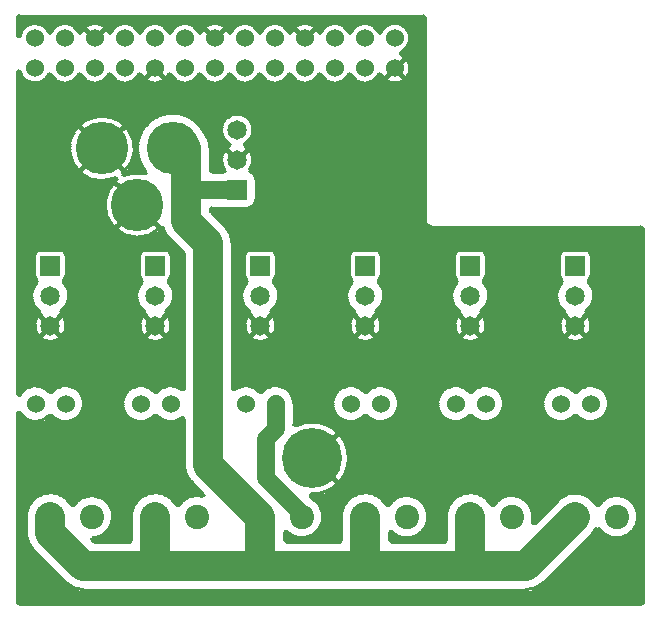
<source format=gbl>
*
*
G04 PADS 9.4.1 Build Number: 494907 generated Gerber (RS-274-X) file*
G04 PC Version=2.1*
*
%IN "PiLightControl.pcb"*%
*
%MOIN*%
*
%FSLAX35Y35*%
*
*
*
*
G04 PC Standard Apertures*
*
*
G04 Thermal Relief Aperture macro.*
%AMTER*
1,1,$1,0,0*
1,0,$1-$2,0,0*
21,0,$3,$4,0,0,45*
21,0,$3,$4,0,0,135*
%
*
*
G04 Annular Aperture macro.*
%AMANN*
1,1,$1,0,0*
1,0,$2,0,0*
%
*
*
G04 Odd Aperture macro.*
%AMODD*
1,1,$1,0,0*
1,0,$1-0.005,0,0*
%
*
*
G04 PC Custom Aperture Macros*
*
*
*
*
*
*
G04 PC Aperture Table*
*
%ADD010C,0.001*%
%ADD011R,0.065X0.065*%
%ADD012C,0.065*%
%ADD013C,0.06*%
%ADD014C,0.175*%
%ADD015C,0.081*%
%ADD017C,0.2*%
%ADD022C,0.01*%
%ADD024C,0.015*%
%ADD026C,0.1*%
*
*
*
*
G04 PC Circuitry*
G04 Layer Name PiLightControl.pcb - circuitry*
%LPD*%
*
*
G04 PC Custom Flashes*
G04 Layer Name PiLightControl.pcb - flashes*
%LPD*%
*
*
G04 PC Circuitry*
G04 Layer Name PiLightControl.pcb - circuitry*
%LPD*%
*
G54D10*
G54D11*
G01X148000Y235000D03*
X183000D03*
X218000D03*
X253000D03*
X288000D03*
X113000D03*
X175300Y260300D03*
G54D12*
X148000Y225000D03*
Y215000D03*
X183000Y225000D03*
Y215000D03*
X218000Y225000D03*
Y215000D03*
X253000Y225000D03*
Y215000D03*
X288000Y225000D03*
Y215000D03*
X113000Y225000D03*
Y215000D03*
X175300Y270300D03*
Y280300D03*
G54D13*
X153100Y189000D03*
X143100D03*
X188100D03*
X178100D03*
X223100D03*
X213100D03*
X258100D03*
X248100D03*
X293100D03*
X283100D03*
X107874Y300787D03*
Y310787D03*
X117874Y300787D03*
Y310787D03*
X127874Y300787D03*
Y310787D03*
X137874Y300787D03*
Y310787D03*
X147874Y300787D03*
Y310787D03*
X157874Y300787D03*
Y310787D03*
X167874Y300787D03*
Y310787D03*
X177874Y300787D03*
Y310787D03*
X187874Y300787D03*
Y310787D03*
X197874Y300787D03*
Y310787D03*
X207874Y300787D03*
Y310787D03*
X217874Y300787D03*
Y310787D03*
X227874Y300787D03*
Y310787D03*
X118100Y189000D03*
X108100D03*
X197347Y151847D02*
X184894Y164300D01*
Y177197*
X188100Y180403*
Y189000*
X196800Y151300D02*
X197347Y151847D01*
X158300Y260100D02*
X158500Y260300D01*
X175300*
G54D14*
X153800Y274100D03*
X130200D03*
X142000Y255200D03*
G54D15*
X148000Y151300D03*
X161800D03*
X183000D03*
X196800D03*
X218000D03*
X231800D03*
X253000D03*
X266800D03*
X288000D03*
X301800D03*
X113000D03*
X126800D03*
G54D17*
X200394Y170866D03*
G54D22*
X310500Y122800D02*
Y247500D01*
G75*
G03X310000Y248000I-500J-0D01*
G01X240000*
X238000Y250000D02*
G03X240000Y248000I2000J0D01*
G01X238000Y250000D02*
Y317800D01*
G03X237500Y318300I-500J-0*
G01X102500*
G03X102000Y317800I0J-500*
G01Y311958*
G03X102989Y311851I500J-0*
G01X112419Y312870D02*
G03X102989Y311851I-4545J-2083D01*
G01X112419Y312870D02*
G03X113329I455J208D01*
G01X122419D02*
G03X113329I-4545J-2083D01*
G01X122419D02*
G03X123329I455J208D01*
G01X132419D02*
G03X123329I-4545J-2083D01*
G01X132419D02*
G03X133329I455J208D01*
G01X142419D02*
G03X133329I-4545J-2083D01*
G01X142419D02*
G03X143329I455J208D01*
G01X152419D02*
G03X143329I-4545J-2083D01*
G01X152419D02*
G03X153329I455J208D01*
G01X162419D02*
G03X153329I-4545J-2083D01*
G01X162419D02*
G03X163329I455J208D01*
G01X172419D02*
G03X163329I-4545J-2083D01*
G01X172419D02*
G03X173329I455J208D01*
G01X182419D02*
G03X173329I-4545J-2083D01*
G01X182419D02*
G03X183329I455J208D01*
G01X192419D02*
G03X183329I-4545J-2083D01*
G01X192419D02*
G03X193329I455J208D01*
G01X202419D02*
G03X193329I-4545J-2083D01*
G01X202419D02*
G03X203329I455J208D01*
G01X212419D02*
G03X203329I-4545J-2083D01*
G01X212419D02*
G03X213329I455J208D01*
G01X222419D02*
G03X213329I-4545J-2083D01*
G01X222419D02*
G03X223329I455J208D01*
G01X229957Y306242D02*
G03X223329Y312870I-2083J4545D01*
G01X229957Y306242D02*
G03Y305332I208J-455D01*
G01X223329Y298704D02*
G03X229957Y305332I4545J2083D01*
G01X223329Y298704D02*
G03X222419I-455J-208D01*
G01X213329D02*
G03X222419I4545J2083D01*
G01X213329D02*
G03X212419I-455J-208D01*
G01X203329D02*
G03X212419I4545J2083D01*
G01X203329D02*
G03X202419I-455J-208D01*
G01X193329D02*
G03X202419I4545J2083D01*
G01X193329D02*
G03X192419I-455J-208D01*
G01X183329D02*
G03X192419I4545J2083D01*
G01X183329D02*
G03X182419I-455J-208D01*
G01X173329D02*
G03X182419I4545J2083D01*
G01X173329D02*
G03X172419I-455J-208D01*
G01X163329D02*
G03X172419I4545J2083D01*
G01X163329D02*
G03X162419I-455J-208D01*
G01X153329D02*
G03X162419I4545J2083D01*
G01X153329D02*
G03X152419I-455J-208D01*
G01X143329D02*
G03X152419I4545J2083D01*
G01X143329D02*
G03X142419I-455J-208D01*
G01X133329D02*
G03X142419I4545J2083D01*
G01X133329D02*
G03X132419I-455J-208D01*
G01X123329D02*
G03X132419I4545J2083D01*
G01X123329D02*
G03X122419I-455J-208D01*
G01X113329D02*
G03X122419I4545J2083D01*
G01X113329D02*
G03X112419I-455J-208D01*
G01X102989Y299723D02*
G03X112419Y298704I4885J1064D01*
G01X102989Y299723D02*
G03X102000Y299616I-489J-107D01*
G01Y192300*
G03X102931Y192046I500J0*
G01X112715Y192834D02*
G03X102931Y192046I-4615J-3834D01*
G01X112715Y192834D02*
G03X113485I385J319D01*
G01Y185166D02*
G03Y192834I4615J3834D01*
G01Y185166D02*
G03X112715I-385J-319D01*
G01X102931Y185954D02*
G03X112715Y185166I5169J3046D01*
G01X102931Y185954D02*
G03X102000Y185700I-431J-254D01*
G01Y122800*
G03X102500Y122300I500J0*
G01X310000*
G03X310500Y122800I-0J500*
G01X295873Y147483D02*
G03Y155117I5927J3817D01*
G01Y147483D02*
G03X295014Y147453I-421J-271D01*
G01X293657Y145643D02*
G03X295014Y147453I-5657J5657D01*
G01X293657Y145643D02*
X277357Y129343D01*
X271700Y127000D02*
G03X277357Y129343I0J8000D01*
G01X271700Y127000D02*
X253000D01*
X218000*
X183000*
X148000*
X124000*
X118343Y129343D02*
G03X124000Y127000I5657J5657D01*
G01X118343Y129343D02*
X107343Y140343D01*
X105000Y146000D02*
G03X107343Y140343I8000J0D01*
G01X105000Y146000D02*
Y151300D01*
X120014Y155147D02*
G03X105000Y151300I-7014J-3847D01*
G01X120014Y155147D02*
G03X120873Y155117I438J241D01*
G01X127227Y144263D02*
G03X120873Y155117I-427J7037D01*
G01X127227Y144263D02*
G03X126903Y143410I30J-499D01*
G01X127167Y143146*
G03X127521Y143000I354J354*
G01X139500*
G03X140000Y143500I-0J500*
G01Y151300*
X155014Y155147D02*
G03X140000Y151300I-7014J-3847D01*
G01X155014Y155147D02*
G03X155873Y155117I438J241D01*
G01X163539Y158132D02*
G03X155873Y155117I-1739J-6832D01*
G01X163539Y158132D02*
G03X164016Y158970I123J485D01*
G01X159943Y163043*
X157600Y168700D02*
G03X159943Y163043I8000J0D01*
G01X157600Y168700D02*
Y183876D01*
G03X156792Y184271I-500J0*
G01X148485Y185166D02*
G03X156792Y184271I4615J3834D01*
G01X148485Y185166D02*
G03X147715I-385J-319D01*
G01Y192834D02*
G03Y185166I-4615J-3834D01*
G01Y192834D02*
G03X148485I385J319D01*
G01X156792Y193729D02*
G03X148485Y192834I-3692J-4729D01*
G01X156792Y193729D02*
G03X157600Y194124I308J395D01*
G01Y238979*
G03X157454Y239333I-500J0*
G01X152643Y244143*
X150617Y247570D02*
G03X152643Y244143I7683J2230D01*
G01X150617Y247570D02*
G03X149775Y247776I-480J-139D01*
G01X135093Y263438D02*
G03X149775Y247776I6907J-8238D01*
G01X135093Y263438D02*
G03X134569Y264278I-321J383D01*
G01X137107Y265862D02*
G03X134569Y264278I-6907J8238D01*
G01X137107Y265862D02*
G03X137631Y265022I321J-383D01*
G01X144347Y265691D02*
G03X137631Y265022I-2347J-10491D01*
G01X144347Y265691D02*
G03X144837Y266502I109J488D01*
G01X164251Y279470D02*
G03X144837Y266502I-10451J-5370D01*
G01X164251Y279470D02*
G03X164320Y279369I445J229D01*
G01X166300Y274100D02*
G03X164320Y279369I-8000J0D01*
G01X166300Y274100D02*
Y266800D01*
G03X166800Y266300I500J0*
G01X170738*
G03X171135Y267104I-0J500*
G01X172707Y274865D02*
G03X171135Y267104I2593J-4565D01*
G01X172707Y274865D02*
G03Y275735I-246J435D01*
G01X177893D02*
G03X172707I-2593J4565D01*
G01X177893D02*
G03Y274865I246J-435D01*
G01X179463Y267101D02*
G03X177893Y274865I-4163J3199D01*
G01X179463Y267101D02*
G03X179672Y266332I396J-305D01*
G01X181550Y263550D02*
G03X179672Y266332I-3000J0D01*
G01X181550Y263550D02*
Y257050D01*
X178550Y254050D02*
G03X181550Y257050I0J3000D01*
G01X178550Y254050D02*
X172050D01*
X170937Y254264D02*
G03X172050Y254050I1113J2786D01*
G01X170937Y254264D02*
G03X170751Y254300I-186J-464D01*
G01X166800*
G03X166300Y253800I0J-500*
G01Y253321*
G03X166446Y252967I500J-0*
G01X171257Y248157*
X173600Y242500D02*
G03X171257Y248157I-8000J0D01*
G01X173600Y242500D02*
Y194124D01*
G03X174408Y193729I500J-0*
G01X182715Y192834D02*
G03X174408Y193729I-4615J-3834D01*
G01X182715Y192834D02*
G03X183485I385J319D01*
G01X194100Y189000D02*
G03X183485Y192834I-6000J0D01*
G01X194100Y189000D02*
Y181942D01*
G03X194832Y181499I500J0*
G01X200030Y158872D02*
G03X194832Y181499I364J11994D01*
G01X200030Y158871D02*
G03X199661Y158018I-15J-499D01*
G01X200159Y157521*
G03X200267Y157439I353J353*
G01X191851Y146279D02*
G03X200267Y157439I4949J5021D01*
G01X191851Y146279D02*
G03X191000Y145923I-351J-356D01*
G01Y143500*
G03X191500Y143000I500J0*
G01X209500*
G03X210000Y143500I-0J500*
G01Y151300*
X225014Y155147D02*
G03X210000Y151300I-7014J-3847D01*
G01X225014Y155147D02*
G03X225873Y155117I438J241D01*
G01X226851Y146279D02*
G03X225873Y155117I4949J5021D01*
G01X226851Y146279D02*
G03X226000Y145923I-351J-356D01*
G01Y143500*
G03X226500Y143000I500J0*
G01X244500*
G03X245000Y143500I-0J500*
G01Y151300*
X260014Y155147D02*
G03X245000Y151300I-7014J-3847D01*
G01X260014Y155147D02*
G03X260873Y155117I438J241D01*
G01X273632Y149561D02*
G03X260873Y155117I-6832J1739D01*
G01X273632Y149561D02*
G03X274470Y149084I485J-123D01*
G01X282343Y156957*
X295014Y155147D02*
G03X282343Y156957I-7014J-3847D01*
G01X295014Y155147D02*
G03X295873Y155117I438J241D01*
G01X288485Y185166D02*
G03Y192834I4615J3834D01*
G01Y185166D02*
G03X287715I-385J-319D01*
G01Y192834D02*
G03Y185166I-4615J-3834D01*
G01Y192834D02*
G03X288485I385J319D01*
G01X291455Y219792D02*
G03X292422Y229417I-3455J5208D01*
G01X291455Y219792D02*
G03X291407Y218995I276J-417D01*
G01X284593D02*
G03X291407I3407J-3995D01*
G01X284593D02*
G03X284545Y219792I-324J380D01*
G01X283578Y229417D02*
G03X284545Y219792I4422J-4417D01*
G01X283578Y229417D02*
G03X283529Y230166I-354J353D01*
G01X282750Y231750D02*
G03X283529Y230166I2000J0D01*
G01X282750Y231750D02*
Y238250D01*
X284750Y240250D02*
G03X282750Y238250I0J-2000D01*
G01X284750Y240250D02*
X291250D01*
X293250Y238250D02*
G03X291250Y240250I-2000J0D01*
G01X293250Y238250D02*
Y231750D01*
X292471Y230166D02*
G03X293250Y231750I-1221J1584D01*
G01X292471Y230166D02*
G03X292422Y229417I305J-396D01*
G01X253485Y185166D02*
G03Y192834I4615J3834D01*
G01Y185166D02*
G03X252715I-385J-319D01*
G01Y192834D02*
G03Y185166I-4615J-3834D01*
G01Y192834D02*
G03X253485I385J319D01*
G01X256455Y219792D02*
G03X257422Y229417I-3455J5208D01*
G01X256455Y219792D02*
G03X256407Y218995I276J-417D01*
G01X249593D02*
G03X256407I3407J-3995D01*
G01X249593D02*
G03X249545Y219792I-324J380D01*
G01X248578Y229417D02*
G03X249545Y219792I4422J-4417D01*
G01X248578Y229417D02*
G03X248529Y230166I-354J353D01*
G01X247750Y231750D02*
G03X248529Y230166I2000J0D01*
G01X247750Y231750D02*
Y238250D01*
X249750Y240250D02*
G03X247750Y238250I0J-2000D01*
G01X249750Y240250D02*
X256250D01*
X258250Y238250D02*
G03X256250Y240250I-2000J0D01*
G01X258250Y238250D02*
Y231750D01*
X257471Y230166D02*
G03X258250Y231750I-1221J1584D01*
G01X257471Y230166D02*
G03X257422Y229417I305J-396D01*
G01X218485Y185166D02*
G03Y192834I4615J3834D01*
G01Y185166D02*
G03X217715I-385J-319D01*
G01Y192834D02*
G03Y185166I-4615J-3834D01*
G01Y192834D02*
G03X218485I385J319D01*
G01X221455Y219792D02*
G03X222422Y229417I-3455J5208D01*
G01X221455Y219792D02*
G03X221407Y218995I276J-417D01*
G01X214593D02*
G03X221407I3407J-3995D01*
G01X214593D02*
G03X214545Y219792I-324J380D01*
G01X213578Y229417D02*
G03X214545Y219792I4422J-4417D01*
G01X213578Y229417D02*
G03X213529Y230166I-354J353D01*
G01X212750Y231750D02*
G03X213529Y230166I2000J0D01*
G01X212750Y231750D02*
Y238250D01*
X214750Y240250D02*
G03X212750Y238250I0J-2000D01*
G01X214750Y240250D02*
X221250D01*
X223250Y238250D02*
G03X221250Y240250I-2000J0D01*
G01X223250Y238250D02*
Y231750D01*
X222471Y230166D02*
G03X223250Y231750I-1221J1584D01*
G01X222471Y230166D02*
G03X222422Y229417I305J-396D01*
G01X186455Y219792D02*
G03X187422Y229417I-3455J5208D01*
G01X186455Y219792D02*
G03X186407Y218995I276J-417D01*
G01X179593D02*
G03X186407I3407J-3995D01*
G01X179593D02*
G03X179545Y219792I-324J380D01*
G01X178578Y229417D02*
G03X179545Y219792I4422J-4417D01*
G01X178578Y229417D02*
G03X178529Y230166I-354J353D01*
G01X177750Y231750D02*
G03X178529Y230166I2000J0D01*
G01X177750Y231750D02*
Y238250D01*
X179750Y240250D02*
G03X177750Y238250I0J-2000D01*
G01X179750Y240250D02*
X186250D01*
X188250Y238250D02*
G03X186250Y240250I-2000J0D01*
G01X188250Y238250D02*
Y231750D01*
X187471Y230166D02*
G03X188250Y231750I-1221J1584D01*
G01X187471Y230166D02*
G03X187422Y229417I305J-396D01*
G01X116455Y219792D02*
G03X117422Y229417I-3455J5208D01*
G01X116455Y219792D02*
G03X116407Y218995I276J-417D01*
G01X109593D02*
G03X116407I3407J-3995D01*
G01X109593D02*
G03X109545Y219792I-324J380D01*
G01X108578Y229417D02*
G03X109545Y219792I4422J-4417D01*
G01X108578Y229417D02*
G03X108529Y230166I-354J353D01*
G01X107750Y231750D02*
G03X108529Y230166I2000J0D01*
G01X107750Y231750D02*
Y238250D01*
X109750Y240250D02*
G03X107750Y238250I0J-2000D01*
G01X109750Y240250D02*
X116250D01*
X118250Y238250D02*
G03X116250Y240250I-2000J0D01*
G01X118250Y238250D02*
Y231750D01*
X117471Y230166D02*
G03X118250Y231750I-1221J1584D01*
G01X117471Y230166D02*
G03X117422Y229417I305J-396D01*
G01X151455Y219792D02*
G03X152422Y229417I-3455J5208D01*
G01X151455Y219792D02*
G03X151407Y218995I276J-417D01*
G01X144593D02*
G03X151407I3407J-3995D01*
G01X144593D02*
G03X144545Y219792I-324J380D01*
G01X143578Y229417D02*
G03X144545Y219792I4422J-4417D01*
G01X143578Y229417D02*
G03X143529Y230166I-354J353D01*
G01X142750Y231750D02*
G03X143529Y230166I2000J0D01*
G01X142750Y231750D02*
Y238250D01*
X144750Y240250D02*
G03X142750Y238250I0J-2000D01*
G01X144750Y240250D02*
X151250D01*
X153250Y238250D02*
G03X151250Y240250I-2000J0D01*
G01X153250Y238250D02*
Y231750D01*
X152471Y230166D02*
G03X153250Y231750I-1221J1584D01*
G01X152471Y230166D02*
G03X152422Y229417I305J-396D01*
G01X172282Y246899D02*
X310500D01*
X172794Y245999D02*
X310500D01*
X173166Y245099D02*
X310500D01*
X173418Y244199D02*
X310500D01*
X173560Y243299D02*
X310500D01*
X173600Y242399D02*
X310500D01*
X173600Y241499D02*
X310500D01*
X173600Y240599D02*
X310500D01*
X292629Y239699D02*
X310500D01*
X293173Y238799D02*
X310500D01*
X293250Y237899D02*
X310500D01*
X293250Y236999D02*
X310500D01*
X293250Y236099D02*
X310500D01*
X293250Y235199D02*
X310500D01*
X293250Y234299D02*
X310500D01*
X293250Y233399D02*
X310500D01*
X293250Y232499D02*
X310500D01*
X293244Y231599D02*
X310500D01*
X292951Y230699D02*
X310500D01*
X292277Y229799D02*
X310500D01*
X292885Y228899D02*
X310500D01*
X293484Y227999D02*
X310500D01*
X293887Y227099D02*
X310500D01*
X294134Y226199D02*
X310500D01*
X294243Y225299D02*
X310500D01*
X294221Y224399D02*
X310500D01*
X294067Y223499D02*
X310500D01*
X293770Y222599D02*
X310500D01*
X293307Y221699D02*
X310500D01*
X292627Y220799D02*
X310500D01*
X291611Y219899D02*
X310500D01*
X291402Y218999D02*
X310500D01*
X292238Y218099D02*
X310500D01*
X292767Y217199D02*
X310500D01*
X293087Y216299D02*
X310500D01*
X293235Y215399D02*
X310500D01*
X293226Y214499D02*
X310500D01*
X293060Y213599D02*
X310500D01*
X292719Y212699D02*
X310500D01*
X292161Y211799D02*
X310500D01*
X291277Y210899D02*
X310500D01*
X289597Y209999D02*
X310500D01*
X173600Y209099D02*
X310500D01*
X173600Y208199D02*
X310500D01*
X173600Y207299D02*
X310500D01*
X173600Y206399D02*
X310500D01*
X173600Y205499D02*
X310500D01*
X173600Y204599D02*
X310500D01*
X173600Y203699D02*
X310500D01*
X173600Y202799D02*
X310500D01*
X173600Y201899D02*
X310500D01*
X173600Y200999D02*
X310500D01*
X173600Y200099D02*
X310500D01*
X173600Y199199D02*
X310500D01*
X173600Y198299D02*
X310500D01*
X173600Y197399D02*
X310500D01*
X173600Y196499D02*
X310500D01*
X173600Y195599D02*
X310500D01*
X294978Y194699D02*
X310500D01*
X296702Y193799D02*
X310500D01*
X297661Y192899D02*
X310500D01*
X298297Y191999D02*
X310500D01*
X298721Y191099D02*
X310500D01*
X298979Y190199D02*
X310500D01*
X299093Y189299D02*
X310500D01*
X299070Y188399D02*
X310500D01*
X298909Y187499D02*
X310500D01*
X298599Y186599D02*
X310500D01*
X298110Y185699D02*
X310500D01*
X297384Y184799D02*
X310500D01*
X296259Y183899D02*
X310500D01*
X194100Y182999D02*
X310500D01*
X204616Y182099D02*
X310500D01*
X206496Y181199D02*
X310500D01*
X207812Y180299D02*
X310500D01*
X208832Y179399D02*
X310500D01*
X209654Y178499D02*
X310500D01*
X210327Y177599D02*
X310500D01*
X210881Y176699D02*
X310500D01*
X211333Y175799D02*
X310500D01*
X211696Y174899D02*
X310500D01*
X211978Y173999D02*
X310500D01*
X212184Y173099D02*
X310500D01*
X212320Y172199D02*
X310500D01*
X212386Y171299D02*
X310500D01*
X212385Y170399D02*
X310500D01*
X212316Y169499D02*
X310500D01*
X212178Y168599D02*
X310500D01*
X211968Y167699D02*
X310500D01*
X211684Y166799D02*
X310500D01*
X211318Y165899D02*
X310500D01*
X210862Y164999D02*
X310500D01*
X210304Y164099D02*
X310500D01*
X209625Y163199D02*
X310500D01*
X208796Y162299D02*
X310500D01*
X207768Y161399D02*
X310500D01*
X206437Y160499D02*
X310500D01*
X204523Y159599D02*
X310500D01*
X291043Y158699D02*
X310500D01*
X304533Y157799D02*
X310500D01*
X306085Y156899D02*
X310500D01*
X307056Y155999D02*
X310500D01*
X307739Y155099D02*
X310500D01*
X308227Y154199D02*
X310500D01*
X308561Y153299D02*
X310500D01*
X308764Y152399D02*
X310500D01*
X308847Y151499D02*
X310500D01*
X308815Y150599D02*
X310500D01*
X308666Y149699D02*
X310500D01*
X308391Y148799D02*
X310500D01*
X307975Y147899D02*
X310500D01*
X307386Y146999D02*
X310500D01*
X306559Y146099D02*
X310500D01*
X305332Y145199D02*
X310500D01*
X302627Y144299D02*
X310500D01*
X291412Y143399D02*
X310500D01*
X290512Y142499D02*
X310500D01*
X289612Y141599D02*
X310500D01*
X288712Y140699D02*
X310500D01*
X287812Y139799D02*
X310500D01*
X286912Y138899D02*
X310500D01*
X286012Y137999D02*
X310500D01*
X285112Y137099D02*
X310500D01*
X284212Y136199D02*
X310500D01*
X283312Y135299D02*
X310500D01*
X282412Y134399D02*
X310500D01*
X281512Y133499D02*
X310500D01*
X280612Y132599D02*
X310500D01*
X279712Y131699D02*
X310500D01*
X278812Y130799D02*
X310500D01*
X277912Y129899D02*
X310500D01*
X276990Y128999D02*
X310500D01*
X275746Y128099D02*
X310500D01*
X273472Y127199D02*
X310500D01*
X102000Y126299D02*
X310500D01*
X102000Y125399D02*
X310500D01*
X102000Y124499D02*
X310500D01*
X102000Y123599D02*
X310500D01*
X102010Y122699D02*
X310490D01*
X171594Y247799D02*
X310401D01*
X292312Y144299D02*
X300973D01*
X292666Y157799D02*
X299067D01*
X293212Y145199D02*
X298268D01*
X293714Y156899D02*
X297515D01*
X294078Y146099D02*
X297041D01*
X294475Y155999D02*
X296544D01*
X294745Y146999D02*
X296214D01*
X295045Y155099D02*
X295860D01*
X284978Y194699D02*
X291222D01*
X286259Y183899D02*
X289941D01*
X286702Y193799D02*
X289498D01*
X287384Y184799D02*
X288816D01*
X287661Y192899D02*
X288539D01*
X254597Y209999D02*
X286403D01*
X256043Y158699D02*
X284957D01*
X256277Y210899D02*
X284723D01*
X256402Y218999D02*
X284598D01*
X256611Y219899D02*
X284389D01*
X257161Y211799D02*
X283839D01*
X257238Y218099D02*
X283762D01*
X257277Y229799D02*
X283723D01*
X257627Y220799D02*
X283373D01*
X257629Y239699D02*
X283371D01*
X269533Y157799D02*
X283334D01*
X257719Y212699D02*
X283281D01*
X257767Y217199D02*
X283233D01*
X257885Y228899D02*
X283115D01*
X257951Y230699D02*
X283049D01*
X258060Y213599D02*
X282940D01*
X258087Y216299D02*
X282913D01*
X258173Y238799D02*
X282827D01*
X258226Y214499D02*
X282774D01*
X258235Y215399D02*
X282765D01*
X258244Y231599D02*
X282756D01*
X258250Y237899D02*
X282750D01*
X258250Y236999D02*
X282750D01*
X258250Y236099D02*
X282750D01*
X258250Y235199D02*
X282750D01*
X258250Y234299D02*
X282750D01*
X258250Y233399D02*
X282750D01*
X258250Y232499D02*
X282750D01*
X258307Y221699D02*
X282693D01*
X258484Y227999D02*
X282516D01*
X271085Y156899D02*
X282285D01*
X258770Y222599D02*
X282230D01*
X258887Y227099D02*
X282113D01*
X259067Y223499D02*
X281933D01*
X259134Y226199D02*
X281866D01*
X259221Y224399D02*
X281779D01*
X259243Y225299D02*
X281757D01*
X272056Y155999D02*
X281385D01*
X259978Y194699D02*
X281222D01*
X272739Y155099D02*
X280485D01*
X261259Y183899D02*
X279941D01*
X273227Y154199D02*
X279585D01*
X261702Y193799D02*
X279498D01*
X262384Y184799D02*
X278816D01*
X273561Y153299D02*
X278685D01*
X262661Y192899D02*
X278539D01*
X263110Y185699D02*
X278090D01*
X263297Y191999D02*
X277903D01*
X273764Y152399D02*
X277785D01*
X263599Y186599D02*
X277601D01*
X263721Y191099D02*
X277479D01*
X263909Y187499D02*
X277291D01*
X263979Y190199D02*
X277221D01*
X264070Y188399D02*
X277130D01*
X264093Y189299D02*
X277107D01*
X273847Y151499D02*
X276885D01*
X273815Y150599D02*
X275985D01*
X273666Y149699D02*
X275085D01*
X257666Y157799D02*
X264067D01*
X258714Y156899D02*
X262515D01*
X259475Y155999D02*
X261544D01*
X260045Y155099D02*
X260860D01*
X249978Y194699D02*
X256222D01*
X251259Y183899D02*
X254941D01*
X251702Y193799D02*
X254498D01*
X252384Y184799D02*
X253816D01*
X252661Y192899D02*
X253539D01*
X219597Y209999D02*
X251403D01*
X221043Y158699D02*
X249957D01*
X221277Y210899D02*
X249723D01*
X221402Y218999D02*
X249598D01*
X221611Y219899D02*
X249389D01*
X222161Y211799D02*
X248839D01*
X222238Y218099D02*
X248762D01*
X222277Y229799D02*
X248723D01*
X222627Y220799D02*
X248373D01*
X222629Y239699D02*
X248371D01*
X234533Y157799D02*
X248334D01*
X222719Y212699D02*
X248281D01*
X222767Y217199D02*
X248233D01*
X222885Y228899D02*
X248115D01*
X222951Y230699D02*
X248049D01*
X223060Y213599D02*
X247940D01*
X223087Y216299D02*
X247913D01*
X223173Y238799D02*
X247827D01*
X223226Y214499D02*
X247774D01*
X223235Y215399D02*
X247765D01*
X223244Y231599D02*
X247756D01*
X223250Y237899D02*
X247750D01*
X223250Y236999D02*
X247750D01*
X223250Y236099D02*
X247750D01*
X223250Y235199D02*
X247750D01*
X223250Y234299D02*
X247750D01*
X223250Y233399D02*
X247750D01*
X223250Y232499D02*
X247750D01*
X223307Y221699D02*
X247693D01*
X223484Y227999D02*
X247516D01*
X236085Y156899D02*
X247286D01*
X223770Y222599D02*
X247230D01*
X223887Y227099D02*
X247113D01*
X224067Y223499D02*
X246933D01*
X224134Y226199D02*
X246866D01*
X224221Y224399D02*
X246779D01*
X224243Y225299D02*
X246757D01*
X237056Y155999D02*
X246525D01*
X224978Y194699D02*
X246222D01*
X237739Y155099D02*
X245959D01*
X238227Y154199D02*
X245544D01*
X238561Y153299D02*
X245254D01*
X238764Y152399D02*
X245076D01*
X238847Y151499D02*
X245002D01*
X238815Y150599D02*
X245000D01*
X238666Y149699D02*
X245000D01*
X238391Y148799D02*
X245000D01*
X237975Y147899D02*
X245000D01*
X237386Y146999D02*
X245000D01*
X236559Y146099D02*
X245000D01*
X235332Y145199D02*
X245000D01*
X232627Y144299D02*
X245000D01*
X226010Y143399D02*
X244990D01*
X226259Y183899D02*
X244941D01*
X226702Y193799D02*
X244498D01*
X227384Y184799D02*
X243816D01*
X227661Y192899D02*
X243539D01*
X228110Y185699D02*
X243090D01*
X228297Y191999D02*
X242903D01*
X228599Y186599D02*
X242601D01*
X228721Y191099D02*
X242479D01*
X228909Y187499D02*
X242291D01*
X228979Y190199D02*
X242221D01*
X229070Y188399D02*
X242130D01*
X229093Y189299D02*
X242107D01*
X170715Y248699D02*
X238481D01*
X169815Y249599D02*
X238041D01*
X102000Y317099D02*
X238000D01*
X102000Y316199D02*
X238000D01*
X230029Y315299D02*
X238000D01*
X231332Y314399D02*
X238000D01*
X232075Y313499D02*
X238000D01*
X232534Y312599D02*
X238000D01*
X232790Y311699D02*
X238000D01*
X232874Y310799D02*
X238000D01*
X232794Y309899D02*
X238000D01*
X232543Y308999D02*
X238000D01*
X232090Y308099D02*
X238000D01*
X231356Y307199D02*
X238000D01*
X230077Y306299D02*
X238000D01*
X229850Y305399D02*
X238000D01*
X231224Y304499D02*
X238000D01*
X232009Y303599D02*
X238000D01*
X232494Y302699D02*
X238000D01*
X232771Y301799D02*
X238000D01*
X232873Y300899D02*
X238000D01*
X232811Y299999D02*
X238000D01*
X232580Y299099D02*
X238000D01*
X232152Y298199D02*
X238000D01*
X231456Y297299D02*
X238000D01*
X230270Y296399D02*
X238000D01*
X102000Y295499D02*
X238000D01*
X102000Y294599D02*
X238000D01*
X102000Y293699D02*
X238000D01*
X102000Y292799D02*
X238000D01*
X102000Y291899D02*
X238000D01*
X102000Y290999D02*
X238000D01*
X102000Y290099D02*
X238000D01*
X102000Y289199D02*
X238000D01*
X102000Y288299D02*
X238000D01*
X102000Y287399D02*
X238000D01*
X102000Y286499D02*
X238000D01*
X156217Y285599D02*
X238000D01*
X178166Y284699D02*
X238000D01*
X179214Y283799D02*
X238000D01*
X179862Y282899D02*
X238000D01*
X180268Y281999D02*
X238000D01*
X180489Y281099D02*
X238000D01*
X180549Y280199D02*
X238000D01*
X180454Y279299D02*
X238000D01*
X180194Y278399D02*
X238000D01*
X179740Y277499D02*
X238000D01*
X179023Y276599D02*
X238000D01*
X177838Y275699D02*
X238000D01*
X178006Y274799D02*
X238000D01*
X179123Y273899D02*
X238000D01*
X179803Y272999D02*
X238000D01*
X180232Y272099D02*
X238000D01*
X180473Y271199D02*
X238000D01*
X180550Y270299D02*
X238000D01*
X180472Y269399D02*
X238000D01*
X180231Y268499D02*
X238000D01*
X179802Y267599D02*
X238000D01*
X179369Y266699D02*
X238000D01*
X180536Y265799D02*
X238000D01*
X181230Y264899D02*
X238000D01*
X181516Y263999D02*
X238000D01*
X181550Y263099D02*
X238000D01*
X181550Y262199D02*
X238000D01*
X181550Y261299D02*
X238000D01*
X181550Y260399D02*
X238000D01*
X181550Y259499D02*
X238000D01*
X181550Y258599D02*
X238000D01*
X181550Y257699D02*
X238000D01*
X181539Y256799D02*
X238000D01*
X181320Y255899D02*
X238000D01*
X180739Y254999D02*
X238000D01*
X179088Y254099D02*
X238000D01*
X166315Y253199D02*
X238000D01*
X167115Y252299D02*
X238000D01*
X168015Y251399D02*
X238000D01*
X168915Y250499D02*
X238000D01*
X102041Y317999D02*
X237959D01*
X226000Y144299D02*
X230973D01*
X222666Y157799D02*
X229067D01*
X226000Y145199D02*
X228268D01*
X223714Y156899D02*
X227515D01*
X226032Y146099D02*
X227041D01*
X224475Y155999D02*
X226544D01*
X225045Y155099D02*
X225860D01*
X220029Y315299D02*
X225719D01*
X220270Y296399D02*
X225478D01*
X221332Y314399D02*
X224416D01*
X221456Y297299D02*
X224292D01*
X222075Y313499D02*
X223673D01*
X222152Y298199D02*
X223596D01*
X222733Y312599D02*
X223015D01*
X214978Y194699D02*
X221222D01*
X216259Y183899D02*
X219941D01*
X216702Y193799D02*
X219498D01*
X217384Y184799D02*
X218816D01*
X217661Y192899D02*
X218539D01*
X184597Y209999D02*
X216403D01*
X210029Y315299D02*
X215719D01*
X210270Y296399D02*
X215478D01*
X199637Y158699D02*
X214957D01*
X186277Y210899D02*
X214723D01*
X186402Y218999D02*
X214598D01*
X211332Y314399D02*
X214416D01*
X186611Y219899D02*
X214389D01*
X211456Y297299D02*
X214292D01*
X187161Y211799D02*
X213839D01*
X187238Y218099D02*
X213762D01*
X187277Y229799D02*
X213723D01*
X212075Y313499D02*
X213673D01*
X212152Y298199D02*
X213596D01*
X187627Y220799D02*
X213373D01*
X187629Y239699D02*
X213371D01*
X199881Y157799D02*
X213334D01*
X187719Y212699D02*
X213281D01*
X187767Y217199D02*
X213233D01*
X187885Y228899D02*
X213115D01*
X187951Y230699D02*
X213049D01*
X212733Y312599D02*
X213015D01*
X188060Y213599D02*
X212940D01*
X188087Y216299D02*
X212913D01*
X188173Y238799D02*
X212827D01*
X188226Y214499D02*
X212774D01*
X188235Y215399D02*
X212765D01*
X188244Y231599D02*
X212756D01*
X188250Y237899D02*
X212750D01*
X188250Y236999D02*
X212750D01*
X188250Y236099D02*
X212750D01*
X188250Y235199D02*
X212750D01*
X188250Y234299D02*
X212750D01*
X188250Y233399D02*
X212750D01*
X188250Y232499D02*
X212750D01*
X188307Y221699D02*
X212693D01*
X188484Y227999D02*
X212516D01*
X201085Y156899D02*
X212286D01*
X188770Y222599D02*
X212230D01*
X188887Y227099D02*
X212113D01*
X189067Y223499D02*
X211933D01*
X189134Y226199D02*
X211866D01*
X189221Y224399D02*
X211779D01*
X189243Y225299D02*
X211757D01*
X202056Y155999D02*
X211525D01*
X189978Y194699D02*
X211222D01*
X202739Y155099D02*
X210959D01*
X203227Y154199D02*
X210544D01*
X203561Y153299D02*
X210254D01*
X203764Y152399D02*
X210076D01*
X203847Y151499D02*
X210002D01*
X203815Y150599D02*
X210000D01*
X203666Y149699D02*
X210000D01*
X203391Y148799D02*
X210000D01*
X202975Y147899D02*
X210000D01*
X202386Y146999D02*
X210000D01*
X201559Y146099D02*
X210000D01*
X200332Y145199D02*
X210000D01*
X197627Y144299D02*
X210000D01*
X191010Y143399D02*
X209990D01*
X194100Y183899D02*
X209941D01*
X191702Y193799D02*
X209498D01*
X194100Y184799D02*
X208816D01*
X192661Y192899D02*
X208539D01*
X194100Y185699D02*
X208090D01*
X193297Y191999D02*
X207903D01*
X194100Y186599D02*
X207601D01*
X193721Y191099D02*
X207479D01*
X194100Y187499D02*
X207291D01*
X193979Y190199D02*
X207221D01*
X194100Y188399D02*
X207130D01*
X194093Y189299D02*
X207107D01*
X200029Y315299D02*
X205719D01*
X200270Y296399D02*
X205478D01*
X201332Y314399D02*
X204416D01*
X201456Y297299D02*
X204292D01*
X202075Y313499D02*
X203673D01*
X202152Y298199D02*
X203596D01*
X202733Y312599D02*
X203015D01*
X194100Y182099D02*
X196172D01*
X191000Y144299D02*
X195973D01*
X190029Y315299D02*
X195719D01*
X190270Y296399D02*
X195478D01*
X191332Y314399D02*
X194416D01*
X191456Y297299D02*
X194292D01*
X192075Y313499D02*
X193673D01*
X192152Y298199D02*
X193596D01*
X191000Y145199D02*
X193268D01*
X192733Y312599D02*
X193015D01*
X191032Y146099D02*
X192041D01*
X179978Y194699D02*
X186222D01*
X180029Y315299D02*
X185719D01*
X180270Y296399D02*
X185478D01*
X181702Y193799D02*
X184498D01*
X181332Y314399D02*
X184416D01*
X181456Y297299D02*
X184292D01*
X182075Y313499D02*
X183673D01*
X182152Y298199D02*
X183596D01*
X182661Y192899D02*
X183539D01*
X182733Y312599D02*
X183015D01*
X173600Y209999D02*
X181403D01*
X173600Y210899D02*
X179723D01*
X173600Y218999D02*
X179598D01*
X173600Y219899D02*
X179389D01*
X173600Y211799D02*
X178839D01*
X173600Y218099D02*
X178762D01*
X173600Y229799D02*
X178723D01*
X173600Y220799D02*
X178373D01*
X173600Y239699D02*
X178371D01*
X173600Y212699D02*
X178281D01*
X173600Y217199D02*
X178233D01*
X173600Y228899D02*
X178115D01*
X173600Y230699D02*
X178049D01*
X173600Y213599D02*
X177940D01*
X173600Y216299D02*
X177913D01*
X173600Y238799D02*
X177827D01*
X173600Y214499D02*
X177774D01*
X173600Y215399D02*
X177765D01*
X173600Y231599D02*
X177756D01*
X173600Y237899D02*
X177750D01*
X173600Y236999D02*
X177750D01*
X173600Y236099D02*
X177750D01*
X173600Y235199D02*
X177750D01*
X173600Y234299D02*
X177750D01*
X173600Y233399D02*
X177750D01*
X173600Y232499D02*
X177750D01*
X173600Y221699D02*
X177693D01*
X173600Y227999D02*
X177516D01*
X173600Y222599D02*
X177230D01*
X173600Y227099D02*
X177113D01*
X173600Y223499D02*
X176933D01*
X173600Y226199D02*
X176866D01*
X173600Y224399D02*
X176779D01*
X173600Y225299D02*
X176757D01*
X173600Y194699D02*
X176222D01*
X170029Y315299D02*
X175719D01*
X170270Y296399D02*
X175478D01*
X173720Y193799D02*
X174498D01*
X171332Y314399D02*
X174416D01*
X171456Y297299D02*
X174292D01*
X172075Y313499D02*
X173673D01*
X172152Y298199D02*
X173596D01*
X172733Y312599D02*
X173015D01*
X166139Y275699D02*
X172762D01*
X166269Y274799D02*
X172594D01*
X158873Y284699D02*
X172434D01*
X165900Y276599D02*
X171577D01*
X166399Y254099D02*
X171512D01*
X166300Y273899D02*
X171477D01*
X160433Y283799D02*
X171386D01*
X166310Y266699D02*
X171228D01*
X165542Y277499D02*
X170860D01*
X166300Y267599D02*
X170798D01*
X166300Y272999D02*
X170797D01*
X161588Y282899D02*
X170738D01*
X165047Y278399D02*
X170406D01*
X166300Y268499D02*
X170369D01*
X166300Y272099D02*
X170368D01*
X162499Y281999D02*
X170332D01*
X164381Y279299D02*
X170146D01*
X166300Y269399D02*
X170128D01*
X166300Y271199D02*
X170127D01*
X163238Y281099D02*
X170111D01*
X163843Y280199D02*
X170051D01*
X166300Y270299D02*
X170050D01*
X160029Y315299D02*
X165719D01*
X160270Y296399D02*
X165478D01*
X161332Y314399D02*
X164416D01*
X161456Y297299D02*
X164292D01*
X151043Y158699D02*
X164156D01*
X162075Y313499D02*
X163673D01*
X162152Y298199D02*
X163596D01*
X102000Y159599D02*
X163388D01*
X162733Y312599D02*
X163015D01*
X102000Y160499D02*
X162488D01*
X102000Y161399D02*
X161588D01*
X102000Y162299D02*
X160688D01*
X102000Y163199D02*
X159792D01*
X152666Y157799D02*
X159067D01*
X102000Y164099D02*
X159056D01*
X102000Y164999D02*
X158508D01*
X102000Y165899D02*
X158106D01*
X102000Y166799D02*
X157829D01*
X102000Y167699D02*
X157663D01*
X102000Y168599D02*
X157601D01*
X153173Y238799D02*
X157600D01*
X153250Y237899D02*
X157600D01*
X153250Y236999D02*
X157600D01*
X153250Y236099D02*
X157600D01*
X153250Y235199D02*
X157600D01*
X153250Y234299D02*
X157600D01*
X153250Y233399D02*
X157600D01*
X153250Y232499D02*
X157600D01*
X153244Y231599D02*
X157600D01*
X152951Y230699D02*
X157600D01*
X152277Y229799D02*
X157600D01*
X152885Y228899D02*
X157600D01*
X153484Y227999D02*
X157600D01*
X153887Y227099D02*
X157600D01*
X154134Y226199D02*
X157600D01*
X154243Y225299D02*
X157600D01*
X154221Y224399D02*
X157600D01*
X154067Y223499D02*
X157600D01*
X153770Y222599D02*
X157600D01*
X153307Y221699D02*
X157600D01*
X152627Y220799D02*
X157600D01*
X151611Y219899D02*
X157600D01*
X151402Y218999D02*
X157600D01*
X152238Y218099D02*
X157600D01*
X152767Y217199D02*
X157600D01*
X153087Y216299D02*
X157600D01*
X153235Y215399D02*
X157600D01*
X153226Y214499D02*
X157600D01*
X153060Y213599D02*
X157600D01*
X152719Y212699D02*
X157600D01*
X152161Y211799D02*
X157600D01*
X151277Y210899D02*
X157600D01*
X149597Y209999D02*
X157600D01*
X102000Y209099D02*
X157600D01*
X102000Y208199D02*
X157600D01*
X102000Y207299D02*
X157600D01*
X102000Y206399D02*
X157600D01*
X102000Y205499D02*
X157600D01*
X102000Y204599D02*
X157600D01*
X102000Y203699D02*
X157600D01*
X102000Y202799D02*
X157600D01*
X102000Y201899D02*
X157600D01*
X102000Y200999D02*
X157600D01*
X102000Y200099D02*
X157600D01*
X102000Y199199D02*
X157600D01*
X102000Y198299D02*
X157600D01*
X102000Y197399D02*
X157600D01*
X102000Y196499D02*
X157600D01*
X102000Y195599D02*
X157600D01*
X154978Y194699D02*
X157600D01*
X102000Y182999D02*
X157600D01*
X102000Y182099D02*
X157600D01*
X102000Y181199D02*
X157600D01*
X102000Y180299D02*
X157600D01*
X102000Y179399D02*
X157600D01*
X102000Y178499D02*
X157600D01*
X102000Y177599D02*
X157600D01*
X102000Y176699D02*
X157600D01*
X102000Y175799D02*
X157600D01*
X102000Y174899D02*
X157600D01*
X102000Y173999D02*
X157600D01*
X102000Y173099D02*
X157600D01*
X102000Y172199D02*
X157600D01*
X102000Y171299D02*
X157600D01*
X102000Y170399D02*
X157600D01*
X102000Y169499D02*
X157600D01*
X156259Y183899D02*
X157599D01*
X153714Y156899D02*
X157515D01*
X156702Y193799D02*
X157480D01*
X152629Y239699D02*
X157088D01*
X154475Y155999D02*
X156544D01*
X102000Y240599D02*
X156188D01*
X155045Y155099D02*
X155860D01*
X150029Y315299D02*
X155719D01*
X150270Y296399D02*
X155478D01*
X102000Y241499D02*
X155288D01*
X151332Y314399D02*
X154416D01*
X102000Y242399D02*
X154388D01*
X151456Y297299D02*
X154292D01*
X152075Y313499D02*
X153673D01*
X152152Y298199D02*
X153596D01*
X102000Y243299D02*
X153488D01*
X152733Y312599D02*
X153015D01*
X102000Y244199D02*
X152588D01*
X145678Y245099D02*
X151827D01*
X102000Y285599D02*
X151383D01*
X147559Y245999D02*
X151261D01*
X144978Y194699D02*
X151222D01*
X148830Y246899D02*
X150845D01*
X149798Y247799D02*
X150476D01*
X146259Y183899D02*
X149941D01*
X146702Y193799D02*
X149498D01*
X147384Y184799D02*
X148816D01*
X131997Y284699D02*
X148727D01*
X147661Y192899D02*
X148539D01*
X134837Y283799D02*
X147167D01*
X114597Y209999D02*
X146403D01*
X136376Y282899D02*
X146012D01*
X140029Y315299D02*
X145719D01*
X140270Y296399D02*
X145478D01*
X137492Y281999D02*
X145101D01*
X116043Y158699D02*
X144957D01*
X143797Y265799D02*
X144781D01*
X116277Y210899D02*
X144723D01*
X137996Y266699D02*
X144674D01*
X116402Y218999D02*
X144598D01*
X141332Y314399D02*
X144416D01*
X116611Y219899D02*
X144389D01*
X138360Y281099D02*
X144362D01*
X141456Y297299D02*
X144292D01*
X138761Y267599D02*
X144012D01*
X117161Y211799D02*
X143839D01*
X117238Y218099D02*
X143762D01*
X139053Y280199D02*
X143757D01*
X117277Y229799D02*
X143723D01*
X142075Y313499D02*
X143673D01*
X142152Y298199D02*
X143596D01*
X139375Y268499D02*
X143471D01*
X117627Y220799D02*
X143373D01*
X117629Y239699D02*
X143371D01*
X129533Y157799D02*
X143334D01*
X117719Y212699D02*
X143281D01*
X139609Y279299D02*
X143263D01*
X117767Y217199D02*
X143233D01*
X117885Y228899D02*
X143115D01*
X117951Y230699D02*
X143049D01*
X139868Y269399D02*
X143031D01*
X142733Y312599D02*
X143015D01*
X118060Y213599D02*
X142940D01*
X118087Y216299D02*
X142913D01*
X140053Y278399D02*
X142865D01*
X118173Y238799D02*
X142827D01*
X118226Y214499D02*
X142774D01*
X118235Y215399D02*
X142765D01*
X118244Y231599D02*
X142756D01*
X118250Y237899D02*
X142750D01*
X118250Y236999D02*
X142750D01*
X118250Y236099D02*
X142750D01*
X118250Y235199D02*
X142750D01*
X118250Y234299D02*
X142750D01*
X118250Y233399D02*
X142750D01*
X118250Y232499D02*
X142750D01*
X118307Y221699D02*
X142693D01*
X140255Y270299D02*
X142682D01*
X140399Y277499D02*
X142552D01*
X118484Y227999D02*
X142516D01*
X140551Y271199D02*
X142414D01*
X140656Y276599D02*
X142319D01*
X131085Y156899D02*
X142286D01*
X118770Y222599D02*
X142230D01*
X140762Y272099D02*
X142222D01*
X140830Y275699D02*
X142159D01*
X118887Y227099D02*
X142113D01*
X140893Y272999D02*
X142102D01*
X140927Y274799D02*
X142071D01*
X140948Y273899D02*
X142052D01*
X119067Y223499D02*
X141933D01*
X119134Y226199D02*
X141866D01*
X119221Y224399D02*
X141779D01*
X119243Y225299D02*
X141757D01*
X132056Y155999D02*
X141525D01*
X119978Y194699D02*
X141222D01*
X132739Y155099D02*
X140959D01*
X133227Y154199D02*
X140544D01*
X133561Y153299D02*
X140254D01*
X137043Y265799D02*
X140203D01*
X133764Y152399D02*
X140076D01*
X133847Y151499D02*
X140002D01*
X133815Y150599D02*
X140000D01*
X133666Y149699D02*
X140000D01*
X133391Y148799D02*
X140000D01*
X132975Y147899D02*
X140000D01*
X132386Y146999D02*
X140000D01*
X131559Y146099D02*
X140000D01*
X130332Y145199D02*
X140000D01*
X127627Y144299D02*
X140000D01*
X126915Y143399D02*
X139990D01*
X121259Y183899D02*
X139941D01*
X121702Y193799D02*
X139498D01*
X122384Y184799D02*
X138816D01*
X122661Y192899D02*
X138539D01*
X102000Y245099D02*
X138322D01*
X123110Y185699D02*
X138090D01*
X123297Y191999D02*
X137903D01*
X123599Y186599D02*
X137601D01*
X123721Y191099D02*
X137479D01*
X123909Y187499D02*
X137291D01*
X123979Y190199D02*
X137221D01*
X124070Y188399D02*
X137130D01*
X124093Y189299D02*
X137107D01*
X102000Y245999D02*
X136441D01*
X130029Y315299D02*
X135719D01*
X130270Y296399D02*
X135478D01*
X133878Y263999D02*
X135240D01*
X102000Y246899D02*
X135170D01*
X102000Y263099D02*
X134708D01*
X131332Y314399D02*
X134416D01*
X131456Y297299D02*
X134292D01*
X102000Y247799D02*
X134204D01*
X102000Y262199D02*
X133840D01*
X132075Y313499D02*
X133673D01*
X132152Y298199D02*
X133596D01*
X102000Y248699D02*
X133439D01*
X102000Y261299D02*
X133147D01*
X132733Y312599D02*
X133015D01*
X102000Y249599D02*
X132825D01*
X102000Y260399D02*
X132591D01*
X102000Y250499D02*
X132332D01*
X102000Y259499D02*
X132147D01*
X102000Y251399D02*
X131945D01*
X102000Y258599D02*
X131801D01*
X102000Y252299D02*
X131649D01*
X102000Y257699D02*
X131544D01*
X102000Y253199D02*
X131438D01*
X102000Y256799D02*
X131370D01*
X102000Y254099D02*
X131307D01*
X102000Y255899D02*
X131273D01*
X102000Y254999D02*
X131252D01*
X102000Y284699D02*
X128403D01*
X102000Y263999D02*
X126522D01*
X120029Y315299D02*
X125719D01*
X102000Y283799D02*
X125563D01*
X120270Y296399D02*
X125478D01*
X102000Y264899D02*
X124641D01*
X121332Y314399D02*
X124416D01*
X121456Y297299D02*
X124292D01*
X117666Y157799D02*
X124067D01*
X102000Y282899D02*
X124024D01*
X122075Y313499D02*
X123673D01*
X122152Y298199D02*
X123596D01*
X102000Y265799D02*
X123370D01*
X122733Y312599D02*
X123015D01*
X102000Y281999D02*
X122908D01*
X118714Y156899D02*
X122515D01*
X102000Y266699D02*
X122404D01*
X102000Y127199D02*
X122228D01*
X102000Y281099D02*
X122040D01*
X102000Y267599D02*
X121639D01*
X119475Y155999D02*
X121544D01*
X102000Y280199D02*
X121347D01*
X102000Y268499D02*
X121025D01*
X120045Y155099D02*
X120860D01*
X102000Y279299D02*
X120791D01*
X102000Y269399D02*
X120532D01*
X102000Y278399D02*
X120347D01*
X102000Y270299D02*
X120145D01*
X102000Y277499D02*
X120001D01*
X102000Y128099D02*
X119954D01*
X102000Y271199D02*
X119849D01*
X102000Y276599D02*
X119744D01*
X102000Y272099D02*
X119638D01*
X102000Y275699D02*
X119570D01*
X102000Y272999D02*
X119507D01*
X102000Y274799D02*
X119473D01*
X102000Y273899D02*
X119452D01*
X102000Y128999D02*
X118710D01*
X102000Y129899D02*
X117788D01*
X102000Y130799D02*
X116888D01*
X109978Y194699D02*
X116222D01*
X102000Y131699D02*
X115988D01*
X110029Y315299D02*
X115719D01*
X110270Y296399D02*
X115478D01*
X102000Y132599D02*
X115088D01*
X111259Y183899D02*
X114941D01*
X111702Y193799D02*
X114498D01*
X111332Y314399D02*
X114416D01*
X111456Y297299D02*
X114292D01*
X102000Y133499D02*
X114188D01*
X112384Y184799D02*
X113816D01*
X112075Y313499D02*
X113673D01*
X112152Y298199D02*
X113596D01*
X112661Y192899D02*
X113539D01*
X102000Y134399D02*
X113288D01*
X112733Y312599D02*
X113015D01*
X102000Y135299D02*
X112388D01*
X102000Y136199D02*
X111488D01*
X102000Y209999D02*
X111403D01*
X102000Y137099D02*
X110588D01*
X102000Y158699D02*
X109957D01*
X102000Y210899D02*
X109723D01*
X102000Y137999D02*
X109688D01*
X102000Y218999D02*
X109598D01*
X102000Y219899D02*
X109389D01*
X102000Y211799D02*
X108839D01*
X102000Y138899D02*
X108788D01*
X102000Y218099D02*
X108762D01*
X102000Y229799D02*
X108723D01*
X102000Y220799D02*
X108373D01*
X102000Y239699D02*
X108371D01*
X102000Y157799D02*
X108334D01*
X102000Y212699D02*
X108281D01*
X102000Y217199D02*
X108233D01*
X102000Y228899D02*
X108115D01*
X102000Y230699D02*
X108049D01*
X102000Y213599D02*
X107940D01*
X102000Y216299D02*
X107913D01*
X102000Y139799D02*
X107888D01*
X102000Y238799D02*
X107827D01*
X102000Y214499D02*
X107774D01*
X102000Y215399D02*
X107765D01*
X102000Y231599D02*
X107756D01*
X102000Y237899D02*
X107750D01*
X102000Y236999D02*
X107750D01*
X102000Y236099D02*
X107750D01*
X102000Y235199D02*
X107750D01*
X102000Y234299D02*
X107750D01*
X102000Y233399D02*
X107750D01*
X102000Y232499D02*
X107750D01*
X102000Y221699D02*
X107693D01*
X102000Y227999D02*
X107516D01*
X102000Y156899D02*
X107286D01*
X102000Y222599D02*
X107230D01*
X102000Y227099D02*
X107113D01*
X102000Y140699D02*
X107009D01*
X102000Y223499D02*
X106933D01*
X102000Y226199D02*
X106866D01*
X102000Y224399D02*
X106779D01*
X102000Y225299D02*
X106757D01*
X102000Y155999D02*
X106525D01*
X102000Y141599D02*
X106320D01*
X102000Y194699D02*
X106222D01*
X102000Y155099D02*
X105959D01*
X102000Y142499D02*
X105807D01*
X102000Y315299D02*
X105719D01*
X102000Y154199D02*
X105544D01*
X102000Y296399D02*
X105478D01*
X102000Y143399D02*
X105435D01*
X102000Y153299D02*
X105254D01*
X102000Y144299D02*
X105183D01*
X102000Y152399D02*
X105076D01*
X102000Y145199D02*
X105040D01*
X102000Y151499D02*
X105002D01*
X102000Y150599D02*
X105000D01*
X102000Y149699D02*
X105000D01*
X102000Y148799D02*
X105000D01*
X102000Y147899D02*
X105000D01*
X102000Y146999D02*
X105000D01*
X102000Y146099D02*
X105000D01*
X102000Y183899D02*
X104941D01*
X102000Y193799D02*
X104498D01*
X102000Y314399D02*
X104416D01*
X102000Y297299D02*
X104292D01*
X102000Y184799D02*
X103816D01*
X102000Y313499D02*
X103673D01*
X102000Y298199D02*
X103596D01*
X102000Y192899D02*
X103539D01*
X102000Y312599D02*
X103214D01*
X102000Y299099D02*
X103168D01*
X102000Y185699D02*
X103090D01*
X102072Y311699D02*
X102928D01*
X102101Y191999D02*
X102899D01*
X102178Y299999D02*
X102822D01*
G54D24*
X231410Y304323D02*
X229995Y302908D01*
X224338Y297251D02*
X225753Y298666D01*
X231410Y297251D02*
X229995Y298666D01*
X208879Y179351D02*
X207465Y177937D01*
X208879Y162381D02*
X207465Y163795D01*
X116712Y211288D02*
X115298Y212702D01*
X116712Y218712D02*
X115298Y217298D01*
X109288Y218712D02*
X110702Y217298D01*
X109288Y211288D02*
X110702Y212702D01*
X134399Y262801D02*
X135813Y261387D01*
X134399Y247599D02*
X135813Y249013D01*
X149601Y247599D02*
X148187Y249013D01*
X137801Y281701D02*
X136387Y280287D01*
X122599Y281701D02*
X124013Y280287D01*
X122599Y266499D02*
X124013Y267913D01*
X137801Y266499D02*
X136387Y267913D01*
X201410Y314323D02*
X199995Y312908D01*
X194338Y314323D02*
X195753Y312908D01*
X171410Y314323D02*
X169995Y312908D01*
X164338Y314323D02*
X165753Y312908D01*
X144338Y297251D02*
X145753Y298666D01*
X151410Y297251D02*
X149995Y298666D01*
X131410Y314323D02*
X129995Y312908D01*
X124338Y314323D02*
X125753Y312908D01*
X291712Y211288D02*
X290298Y212702D01*
X291712Y218712D02*
X290298Y217298D01*
X284288Y218712D02*
X285702Y217298D01*
X284288Y211288D02*
X285702Y212702D01*
X256712Y211288D02*
X255298Y212702D01*
X256712Y218712D02*
X255298Y217298D01*
X249288Y218712D02*
X250702Y217298D01*
X249288Y211288D02*
X250702Y212702D01*
X221712Y211288D02*
X220298Y212702D01*
X221712Y218712D02*
X220298Y217298D01*
X214288Y218712D02*
X215702Y217298D01*
X214288Y211288D02*
X215702Y212702D01*
X186712Y211288D02*
X185298Y212702D01*
X186712Y218712D02*
X185298Y217298D01*
X179288Y218712D02*
X180702Y217298D01*
X179288Y211288D02*
X180702Y212702D01*
X151712Y211288D02*
X150298Y212702D01*
X151712Y218712D02*
X150298Y217298D01*
X144288Y218712D02*
X145702Y217298D01*
X144288Y211288D02*
X145702Y212702D01*
X171588Y274012D02*
X173002Y272598D01*
X179012Y274012D02*
X177598Y272598D01*
G54D26*
X253000Y135000D02*
X218000D01*
Y151300*
Y135000D02*
X183000D01*
Y151300*
Y135000D02*
X148000D01*
X124000*
X113000Y146000*
Y151300*
X148000Y135000D02*
Y151300D01*
X253000Y135000D02*
X271700D01*
X288000Y151300*
X253000Y135000D02*
Y151300D01*
X183000D02*
X165600Y168700D01*
Y242500*
X158300Y249800*
Y260100*
Y274100*
X153800*
G74*
X0Y0D02*
M02*

</source>
